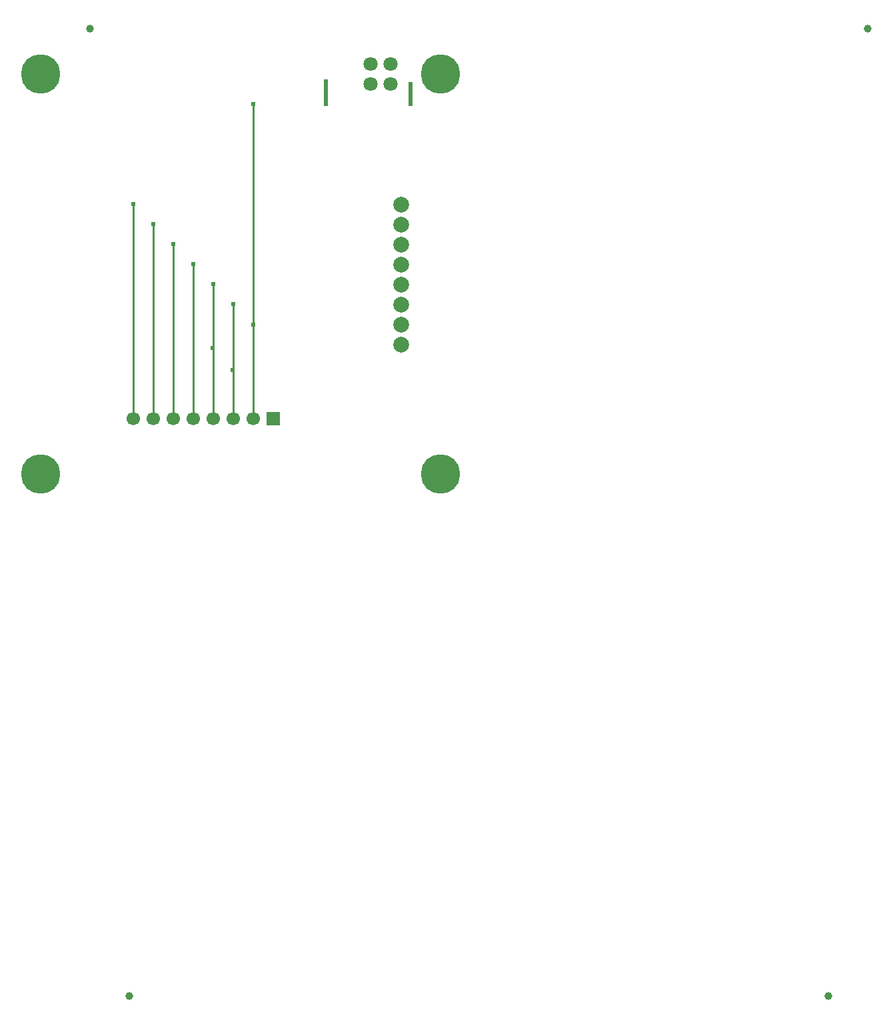
<source format=gbl>
G04 Layer: BottomLayer*
G04 Panelize: V-CUT, Column: 2, Row: 2, Board Size: 58.42mm x 58.42mm, Panelized Board Size: 118.84mm x 118.84mm*
G04 EasyEDA v6.5.32, 2023-07-25 14:04:49*
G04 01c93cbc548a4dda9c4b12d9fff3756e,5a6b42c53f6a479593ecc07194224c93,10*
G04 Gerber Generator version 0.2*
G04 Scale: 100 percent, Rotated: No, Reflected: No *
G04 Dimensions in millimeters *
G04 leading zeros omitted , absolute positions ,4 integer and 5 decimal *
%FSLAX45Y45*%
%MOMM*%

%AMMACRO1*21,1,$1,$2,0,0,$3*%
%ADD10C,0.2540*%
%ADD11C,0.5000*%
%ADD12C,1.0000*%
%ADD13MACRO1,1.7X1.7X0.0000*%
%ADD14C,1.7000*%
%ADD15C,5.0000*%
%ADD16C,1.8000*%
%ADD17C,2.0000*%
%ADD18C,0.6096*%

%LPD*%
D10*
X2823715Y1085006D02*
G01*
X2823715Y2539994D01*
X2569715Y1085006D02*
G01*
X2569715Y2793994D01*
X2315715Y1085006D02*
G01*
X2315715Y3047994D01*
X2061715Y1085006D02*
G01*
X2061715Y3301994D01*
X1807715Y1085006D02*
G01*
X1807715Y3555994D01*
X1553715Y1085006D02*
G01*
X1553715Y3809994D01*
X3077715Y2283203D02*
G01*
X3077715Y1085006D01*
X3077715Y2283203D02*
G01*
X3077715Y5079974D01*
D11*
X4000500Y5372100D02*
G01*
X4000500Y5079989D01*
X5080000Y5334000D02*
G01*
X5080000Y5080000D01*
X5079987Y5079987D01*
D12*
G01*
X999997Y6041999D03*
G01*
X10884001Y6041999D03*
G01*
X1499996Y-6241999D03*
G01*
X10384002Y-6241999D03*
D13*
G01*
X3331715Y1085006D03*
D14*
G01*
X3077718Y1085011D03*
G01*
X2823718Y1085011D03*
G01*
X2569718Y1085011D03*
G01*
X2315718Y1085011D03*
G01*
X2061718Y1085011D03*
G01*
X1807718Y1085011D03*
G01*
X1553718Y1085011D03*
D15*
G01*
X381000Y5461000D03*
G01*
X5461000Y5461000D03*
G01*
X5461000Y381000D03*
G01*
X381000Y381000D03*
D16*
G01*
X4572000Y5588000D03*
G01*
X4572000Y5334000D03*
G01*
X4826000Y5334000D03*
G01*
X4826000Y5588000D03*
D17*
G01*
X4956581Y2029205D03*
G01*
X4956581Y2283205D03*
G01*
X4956581Y2537205D03*
G01*
X4956581Y2791205D03*
G01*
X4956581Y3045205D03*
G01*
X4956581Y3299205D03*
G01*
X4956581Y3553205D03*
G01*
X4956581Y3807205D03*
D18*
G01*
X4000500Y5372100D03*
G01*
X5080000Y5334000D03*
G01*
X5080000Y5079974D03*
G01*
X4000500Y5079974D03*
G01*
X3077718Y2283205D03*
G01*
X3077718Y5079974D03*
G01*
X1553718Y3810000D03*
G01*
X1807718Y3556000D03*
G01*
X2061718Y3302000D03*
G01*
X2315718Y3048000D03*
G01*
X2569718Y2794000D03*
G01*
X2823718Y2540000D03*
G01*
X2819400Y1701800D03*
G01*
X2565400Y1981200D03*
M02*

</source>
